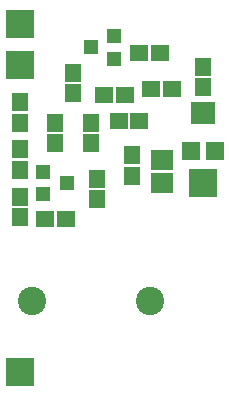
<source format=gbr>
G04 #@! TF.FileFunction,Soldermask,Top*
%FSLAX46Y46*%
G04 Gerber Fmt 4.6, Leading zero omitted, Abs format (unit mm)*
G04 Created by KiCad (PCBNEW 4.0.2-4+6225~38~ubuntu14.04.1-stable) date Fri 29 Apr 2016 12:46:25 PM PDT*
%MOMM*%
G01*
G04 APERTURE LIST*
%ADD10C,0.100000*%
%ADD11R,2.432000X2.432000*%
%ADD12R,1.300000X1.200000*%
%ADD13R,1.430000X1.490000*%
%ADD14R,1.490000X1.430000*%
%ADD15R,1.970000X1.760000*%
%ADD16R,1.600000X1.600000*%
%ADD17R,2.000000X1.900000*%
%ADD18C,2.400000*%
G04 APERTURE END LIST*
D10*
D11*
X131000000Y-101500000D03*
X146500000Y-111500000D03*
X131000000Y-98000000D03*
X131000000Y-127500000D03*
D12*
X133000000Y-110550000D03*
X133000000Y-112450000D03*
X135000000Y-111500000D03*
X139000000Y-100950000D03*
X139000000Y-99050000D03*
X137000000Y-100000000D03*
D13*
X131000000Y-110370000D03*
X131000000Y-108630000D03*
D14*
X141120000Y-106250000D03*
X139380000Y-106250000D03*
D13*
X146500000Y-101630000D03*
X146500000Y-103370000D03*
D14*
X142130000Y-103500000D03*
X143870000Y-103500000D03*
D15*
X143000000Y-111475000D03*
X143000000Y-109525000D03*
D16*
X145500000Y-108800000D03*
D17*
X146500000Y-105550000D03*
D16*
X147500000Y-108800000D03*
D18*
X142000000Y-121500000D03*
X132000000Y-121500000D03*
D14*
X142870000Y-100500000D03*
X141130000Y-100500000D03*
D13*
X135500000Y-102130000D03*
X135500000Y-103870000D03*
D14*
X138130000Y-104000000D03*
X139870000Y-104000000D03*
D13*
X140500000Y-109130000D03*
X140500000Y-110870000D03*
X137500000Y-112870000D03*
X137500000Y-111130000D03*
X137000000Y-108120000D03*
X137000000Y-106380000D03*
D14*
X134870000Y-114500000D03*
X133130000Y-114500000D03*
D13*
X134000000Y-108120000D03*
X134000000Y-106380000D03*
X131000000Y-114370000D03*
X131000000Y-112630000D03*
X131000000Y-104630000D03*
X131000000Y-106370000D03*
M02*

</source>
